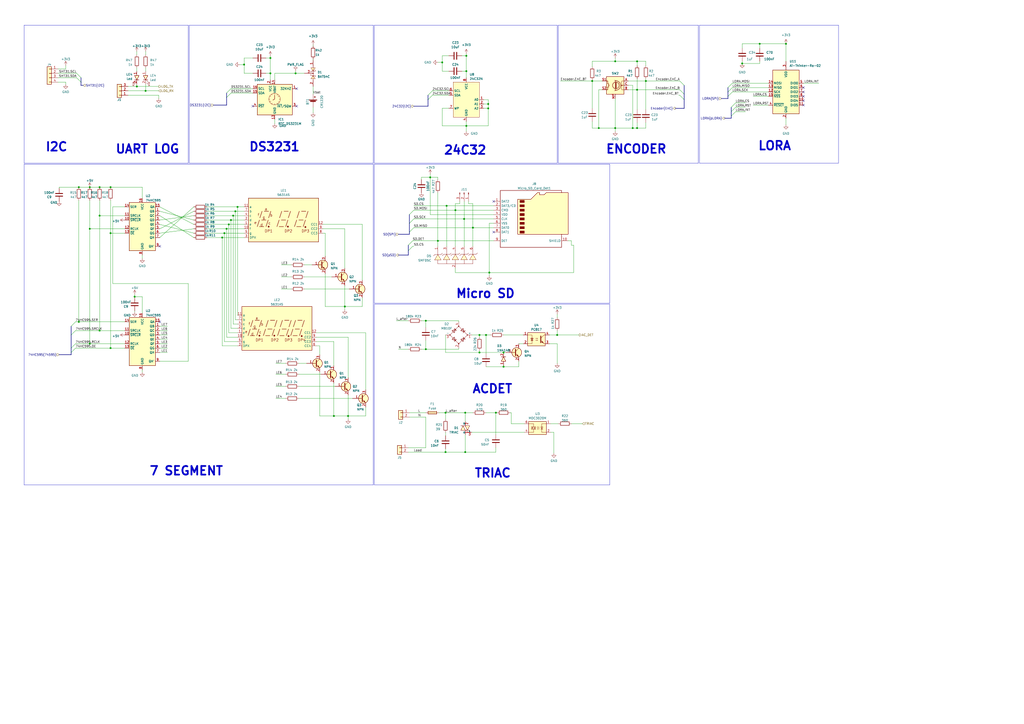
<source format=kicad_sch>
(kicad_sch (version 20230121) (generator eeschema)
  (paper "A2")
  (title_block (title "Peripheral") (date "2023-04-11") (company "NGUYỄN TRUNG THẢO"))
  (bus_alias "I2C" (members "SDA" "SCL"))
  (bus_alias "pLORA" (members "INT" "CS" "RST"))
  (bus_alias "SPI" (members "SCK" "MOSI" "MISO"))
  (junction (at 258.445 239.395))
  (junction (at 455.93 25.4))
  (junction (at 274.32 132.08))
  (junction (at 264.16 121.92))
  (junction (at 45.72 186.69))
  (junction (at 57.785 108.585))
  (junction (at 171.45 42.545))
  (junction (at 278.13 194.31))
  (junction (at 356.87 74.295))
  (junction (at 283.21 60.325))
  (junction (at 270.51 41.275))
  (junction (at 78.105 172.085))
  (junction (at 64.135 201.93))
  (junction (at 323.215 194.31))
  (junction (at 259.08 119.38))
  (junction (at 374.65 46.99))
  (junction (at 64.135 135.255))
  (junction (at 84.455 52.705))
  (junction (at 128.905 137.795))
  (junction (at 45.72 108.585))
  (junction (at 201.93 241.3))
  (junction (at 57.785 191.77))
  (junction (at 287.655 239.395))
  (junction (at 137.795 120.015))
  (junction (at 258.445 262.255))
  (junction (at 57.785 125.095))
  (junction (at 247.015 202.565))
  (junction (at 133.985 127.635))
  (junction (at 131.445 132.715))
  (junction (at 269.875 262.255))
  (junction (at 130.175 135.255))
  (junction (at 52.07 132.715))
  (junction (at 269.24 127))
  (junction (at 132.715 130.175))
  (junction (at 247.015 186.055))
  (junction (at 269.875 239.395))
  (junction (at 200.025 177.8))
  (junction (at 356.87 35.56))
  (junction (at 281.94 194.31))
  (junction (at 52.07 108.585))
  (junction (at 156.845 42.545))
  (junction (at 156.845 33.655))
  (junction (at 292.1 212.725))
  (junction (at 367.03 74.295))
  (junction (at 283.845 158.115))
  (junction (at 141.605 37.465))
  (junction (at 283.21 62.865))
  (junction (at 256.54 36.195))
  (junction (at 278.13 204.47))
  (junction (at 52.07 199.39))
  (junction (at 79.375 50.165))
  (junction (at 343.535 46.99))
  (junction (at 369.57 35.56))
  (junction (at 270.51 73.025))
  (junction (at 254 139.7))
  (junction (at 369.57 52.07))
  (junction (at 369.57 74.295))
  (junction (at 440.69 25.4))
  (junction (at 193.675 241.3))
  (junction (at 135.255 125.095))
  (junction (at 249.555 102.87))
  (junction (at 292.1 204.47))
  (junction (at 270.51 32.385))
  (junction (at 64.135 108.585))
  (junction (at 136.525 122.555))
  (junction (at 347.345 74.295))
  (junction (at 430.53 36.83))
  (no_connect (at 466.09 55.88))
  (no_connect (at 466.09 53.34))
  (no_connect (at 172.085 61.595))
  (no_connect (at 286.385 134.62))
  (no_connect (at 146.685 61.595))
  (no_connect (at 286.385 116.84))
  (no_connect (at 92.71 142.875))
  (no_connect (at 466.09 60.96))
  (no_connect (at 466.09 58.42))
  (no_connect (at 466.09 50.8))
  (no_connect (at 172.085 51.435))
  (no_connect (at 92.71 186.69))
  (bus_entry (at 250.825 52.705) (size -2.54 2.54))
  (bus_entry (at 426.72 64.77) (size -2.54 2.54))
  (bus_entry (at 426.72 62.23) (size -2.54 2.54))
  (bus_entry (at 394.335 46.99) (size 2.54 2.54))
  (bus_entry (at 424.815 48.26) (size -2.54 2.54))
  (bus_entry (at 133.985 53.975) (size -2.54 2.54))
  (bus_entry (at 44.45 45.085) (size 2.54 2.54))
  (bus_entry (at 240.03 121.92) (size -2.54 2.54))
  (bus_entry (at 43.815 186.69) (size -2.54 2.54))
  (bus_entry (at 239.395 142.875) (size -2.54 2.54))
  (bus_entry (at 240.03 127) (size -2.54 2.54))
  (bus_entry (at 424.815 53.34) (size -2.54 2.54))
  (bus_entry (at 239.395 139.7) (size -2.54 2.54))
  (bus_entry (at 250.825 55.245) (size -2.54 2.54))
  (bus_entry (at 240.03 132.08) (size -2.54 2.54))
  (bus_entry (at 426.72 59.69) (size -2.54 2.54))
  (bus_entry (at 133.985 51.435) (size -2.54 2.54))
  (bus_entry (at 424.815 50.8) (size -2.54 2.54))
  (bus_entry (at 43.815 199.39) (size -2.54 2.54))
  (bus_entry (at 43.815 201.93) (size -2.54 2.54))
  (bus_entry (at 44.45 42.545) (size 2.54 2.54))
  (bus_entry (at 394.335 55.245) (size 2.54 2.54))
  (bus_entry (at 394.335 52.07) (size 2.54 2.54))
  (bus_entry (at 43.815 191.77) (size -2.54 2.54))
  (wire (pts (xy 281.94 212.725) (xy 292.1 212.725)))
  (wire (pts (xy 187.325 132.715) (xy 200.025 132.715)))
  (polyline (pts (xy 109.22 14.605) (xy 109.22 94.615)))
  (wire (pts (xy 112.395 130.175) (xy 92.71 120.015)))
  (wire (pts (xy 260.35 32.385) (xy 256.54 32.385)))
  (bus (pts (xy 248.285 57.785) (xy 248.285 61.595)))
  (wire (pts (xy 256.54 32.385) (xy 256.54 36.195)))
  (wire (pts (xy 258.445 243.205) (xy 258.445 239.395)))
  (wire (pts (xy 130.175 135.255) (xy 120.015 135.255)))
  (wire (pts (xy 266.065 201.93) (xy 266.065 202.565)))
  (wire (pts (xy 250.825 52.705) (xy 260.35 52.705)))
  (wire (pts (xy 296.545 245.745) (xy 304.165 245.745)))
  (wire (pts (xy 212.09 241.3) (xy 201.93 241.3)))
  (wire (pts (xy 269.875 239.395) (xy 269.875 244.475)))
  (wire (pts (xy 52.07 108.585) (xy 57.785 108.585)))
  (wire (pts (xy 133.985 127.635) (xy 133.985 190.5)))
  (wire (pts (xy 364.49 49.53) (xy 367.03 49.53)))
  (wire (pts (xy 266.065 202.565) (xy 247.015 202.565)))
  (wire (pts (xy 128.905 137.795) (xy 120.015 137.795)))
  (wire (pts (xy 287.655 259.715) (xy 287.655 262.255)))
  (wire (pts (xy 135.255 125.095) (xy 135.255 187.96)))
  (wire (pts (xy 194.31 224.155) (xy 173.355 224.155)))
  (polyline (pts (xy 216.535 281.305) (xy 13.97 281.305)))
  (wire (pts (xy 264.16 118.11) (xy 264.16 121.92)))
  (wire (pts (xy 159.385 71.755) (xy 159.385 69.215)))
  (wire (pts (xy 200.025 165.735) (xy 200.025 177.8)))
  (wire (pts (xy 97.155 196.85) (xy 92.71 196.85)))
  (bus (pts (xy 420.37 68.58) (xy 424.18 68.58)))
  (wire (pts (xy 52.07 132.715) (xy 52.07 199.39)))
  (wire (pts (xy 270.51 73.025) (xy 270.51 76.2)))
  (wire (pts (xy 97.155 194.31) (xy 92.71 194.31)))
  (wire (pts (xy 455.93 35.56) (xy 455.93 25.4)))
  (wire (pts (xy 283.21 62.865) (xy 283.21 73.025)))
  (wire (pts (xy 270.51 31.115) (xy 270.51 32.385)))
  (wire (pts (xy 287.655 239.395) (xy 281.94 239.395)))
  (polyline (pts (xy 217.17 94.615) (xy 323.215 94.615)))
  (wire (pts (xy 43.815 191.77) (xy 57.785 191.77)))
  (bus (pts (xy 46.99 49.53) (xy 48.26 49.53)))
  (bus (pts (xy 424.18 67.31) (xy 424.18 68.58)))
  (wire (pts (xy 133.985 51.435) (xy 146.685 51.435)))
  (wire (pts (xy 244.475 102.87) (xy 249.555 102.87)))
  (wire (pts (xy 34.29 109.22) (xy 34.29 108.585)))
  (wire (pts (xy 57.785 125.095) (xy 72.39 125.095)))
  (wire (pts (xy 57.785 125.095) (xy 57.785 191.77)))
  (wire (pts (xy 331.47 139.7) (xy 329.565 139.7)))
  (wire (pts (xy 274.32 118.11) (xy 274.32 132.08)))
  (wire (pts (xy 269.24 116.84) (xy 269.24 127)))
  (bus (pts (xy 41.275 189.23) (xy 41.275 194.31)))
  (wire (pts (xy 131.445 132.715) (xy 120.015 132.715)))
  (wire (pts (xy 466.09 48.26) (xy 474.98 48.26)))
  (wire (pts (xy 43.815 201.93) (xy 64.135 201.93)))
  (wire (pts (xy 72.39 120.015) (xy 65.405 120.015)))
  (wire (pts (xy 349.25 52.07) (xy 347.345 52.07)))
  (wire (pts (xy 201.93 195.58) (xy 201.93 219.075)))
  (wire (pts (xy 264.16 155.575) (xy 264.16 158.115)))
  (wire (pts (xy 92.71 137.795) (xy 112.395 120.015)))
  (wire (pts (xy 256.54 41.275) (xy 260.35 41.275)))
  (wire (pts (xy 356.87 35.56) (xy 369.57 35.56)))
  (wire (pts (xy 181.61 34.29) (xy 181.61 34.925)))
  (wire (pts (xy 159.385 42.545) (xy 171.45 42.545)))
  (bus (pts (xy 248.285 55.245) (xy 248.285 57.785)))
  (wire (pts (xy 247.015 197.485) (xy 247.015 202.565)))
  (wire (pts (xy 72.39 191.77) (xy 57.785 191.77)))
  (wire (pts (xy 300.99 209.55) (xy 300.99 212.725)))
  (wire (pts (xy 424.815 50.8) (xy 445.77 50.8)))
  (wire (pts (xy 287.655 239.395) (xy 287.655 252.095)))
  (polyline (pts (xy 217.17 176.53) (xy 217.17 281.305)))
  (wire (pts (xy 318.77 199.39) (xy 323.215 199.39)))
  (wire (pts (xy 45.72 108.585) (xy 52.07 108.585)))
  (wire (pts (xy 259.08 142.875) (xy 259.08 119.38)))
  (wire (pts (xy 159.385 42.545) (xy 159.385 46.355)))
  (wire (pts (xy 250.825 55.245) (xy 260.35 55.245)))
  (wire (pts (xy 292.1 204.47) (xy 293.37 204.47)))
  (polyline (pts (xy 405.13 14.605) (xy 405.13 94.615)))
  (bus (pts (xy 418.465 57.15) (xy 422.275 57.15)))
  (wire (pts (xy 436.88 55.88) (xy 445.77 55.88)))
  (wire (pts (xy 258.445 194.31) (xy 258.445 204.47)))
  (wire (pts (xy 168.91 167.64) (xy 163.195 167.64)))
  (wire (pts (xy 247.015 186.055) (xy 266.065 186.055)))
  (wire (pts (xy 177.8 210.82) (xy 173.355 210.82)))
  (wire (pts (xy 186.055 217.17) (xy 173.355 217.17)))
  (wire (pts (xy 141.605 132.715) (xy 131.445 132.715)))
  (wire (pts (xy 130.175 135.255) (xy 130.175 198.12)))
  (wire (pts (xy 33.655 45.085) (xy 44.45 45.085)))
  (wire (pts (xy 33.655 42.545) (xy 44.45 42.545)))
  (polyline (pts (xy 217.17 176.53) (xy 353.695 176.53)))
  (polyline (pts (xy 216.535 95.25) (xy 216.535 281.305)))
  (wire (pts (xy 133.985 53.975) (xy 146.685 53.975)))
  (wire (pts (xy 269.875 239.395) (xy 274.32 239.395)))
  (wire (pts (xy 239.395 139.7) (xy 254 139.7)))
  (polyline (pts (xy 217.17 95.25) (xy 353.695 95.25)))
  (wire (pts (xy 374.65 38.1) (xy 374.65 35.56)))
  (wire (pts (xy 266.065 186.055) (xy 266.065 186.69)))
  (wire (pts (xy 260.35 62.865) (xy 256.54 62.865)))
  (wire (pts (xy 72.39 201.93) (xy 64.135 201.93)))
  (polyline (pts (xy 217.17 175.895) (xy 353.695 175.895)))
  (polyline (pts (xy 323.85 14.605) (xy 323.85 94.615)))
  (wire (pts (xy 343.535 35.56) (xy 343.535 38.735)))
  (wire (pts (xy 132.715 130.175) (xy 120.015 130.175)))
  (wire (pts (xy 64.135 135.255) (xy 64.135 201.93)))
  (wire (pts (xy 131.445 195.58) (xy 131.445 132.715)))
  (wire (pts (xy 204.47 231.14) (xy 173.355 231.14)))
  (wire (pts (xy 92.71 204.47) (xy 97.155 204.47)))
  (wire (pts (xy 424.815 53.34) (xy 445.77 53.34)))
  (wire (pts (xy 200.025 177.8) (xy 200.025 179.705)))
  (wire (pts (xy 74.295 50.165) (xy 79.375 50.165)))
  (wire (pts (xy 278.13 203.2) (xy 278.13 204.47)))
  (wire (pts (xy 278.13 194.31) (xy 278.13 195.58)))
  (wire (pts (xy 78.105 170.815) (xy 78.105 172.085)))
  (wire (pts (xy 33.655 40.005) (xy 38.1 40.005)))
  (wire (pts (xy 79.375 50.165) (xy 92.075 50.165)))
  (wire (pts (xy 109.22 164.465) (xy 109.22 209.55)))
  (wire (pts (xy 82.55 147.955) (xy 82.55 149.86)))
  (bus (pts (xy 391.795 62.865) (xy 396.875 62.865)))
  (polyline (pts (xy 405.765 14.605) (xy 486.41 14.605)))
  (wire (pts (xy 74.295 55.245) (xy 92.075 55.245)))
  (wire (pts (xy 254 139.7) (xy 286.385 139.7)))
  (wire (pts (xy 286.385 124.46) (xy 249.555 124.46)))
  (polyline (pts (xy 109.855 94.615) (xy 216.535 94.615)))
  (bus (pts (xy 237.49 129.54) (xy 237.49 134.62)))
  (wire (pts (xy 426.72 64.77) (xy 432.435 64.77)))
  (polyline (pts (xy 217.17 95.25) (xy 217.17 175.895)))
  (wire (pts (xy 92.71 209.55) (xy 109.22 209.55)))
  (wire (pts (xy 92.71 127.635) (xy 112.395 125.095)))
  (wire (pts (xy 249.555 124.46) (xy 249.555 102.87)))
  (wire (pts (xy 264.16 121.92) (xy 286.385 121.92)))
  (wire (pts (xy 296.545 239.395) (xy 295.91 239.395)))
  (wire (pts (xy 264.16 158.115) (xy 283.845 158.115)))
  (wire (pts (xy 237.49 239.395) (xy 247.015 239.395)))
  (wire (pts (xy 374.65 74.295) (xy 369.57 74.295)))
  (wire (pts (xy 288.29 239.395) (xy 287.655 239.395)))
  (wire (pts (xy 343.535 74.295) (xy 347.345 74.295)))
  (wire (pts (xy 424.815 48.26) (xy 445.77 48.26)))
  (wire (pts (xy 165.735 217.17) (xy 160.02 217.17)))
  (bus (pts (xy 424.18 64.77) (xy 424.18 67.31)))
  (bus (pts (xy 422.275 55.88) (xy 422.275 57.15)))
  (bus (pts (xy 123.825 60.96) (xy 131.445 60.96)))
  (wire (pts (xy 165.735 231.14) (xy 160.02 231.14)))
  (wire (pts (xy 156.845 33.655) (xy 156.845 42.545)))
  (wire (pts (xy 347.345 52.07) (xy 347.345 74.295)))
  (wire (pts (xy 212.09 241.3) (xy 212.09 236.22)))
  (wire (pts (xy 65.405 164.465) (xy 109.22 164.465)))
  (wire (pts (xy 331.47 142.24) (xy 331.47 139.7)))
  (wire (pts (xy 321.31 250.825) (xy 319.405 250.825)))
  (polyline (pts (xy 13.97 95.25) (xy 216.535 95.25)))
  (wire (pts (xy 137.795 193.04) (xy 132.715 193.04)))
  (wire (pts (xy 240.03 119.38) (xy 259.08 119.38)))
  (wire (pts (xy 283.21 60.325) (xy 283.21 62.865)))
  (wire (pts (xy 369.57 71.12) (xy 369.57 74.295)))
  (wire (pts (xy 45.72 186.69) (xy 72.39 186.69)))
  (wire (pts (xy 84.455 48.895) (xy 84.455 52.705)))
  (wire (pts (xy 79.375 48.895) (xy 79.375 50.165)))
  (wire (pts (xy 137.795 120.015) (xy 120.015 120.015)))
  (wire (pts (xy 323.215 182.245) (xy 323.215 184.15)))
  (wire (pts (xy 52.07 132.715) (xy 72.39 132.715)))
  (wire (pts (xy 79.375 29.845) (xy 79.375 31.75)))
  (wire (pts (xy 254 111.76) (xy 254 139.7)))
  (wire (pts (xy 200.025 177.8) (xy 188.595 177.8)))
  (wire (pts (xy 183.515 198.12) (xy 193.675 198.12)))
  (wire (pts (xy 137.795 120.015) (xy 137.795 182.88)))
  (wire (pts (xy 78.105 180.34) (xy 78.105 180.975)))
  (bus (pts (xy 237.49 134.62) (xy 237.49 135.89)))
  (wire (pts (xy 38.1 47.625) (xy 38.1 48.895)))
  (wire (pts (xy 141.605 120.015) (xy 137.795 120.015)))
  (wire (pts (xy 78.105 172.085) (xy 82.55 172.085)))
  (polyline (pts (xy 216.535 94.615) (xy 216.535 14.605)))
  (wire (pts (xy 52.07 116.205) (xy 52.07 132.715)))
  (wire (pts (xy 97.155 191.77) (xy 92.71 191.77)))
  (wire (pts (xy 154.305 42.545) (xy 156.845 42.545)))
  (wire (pts (xy 97.155 199.39) (xy 92.71 199.39)))
  (wire (pts (xy 43.815 186.69) (xy 45.72 186.69)))
  (wire (pts (xy 332.74 142.24) (xy 332.74 158.115)))
  (wire (pts (xy 84.455 29.845) (xy 84.455 31.75)))
  (wire (pts (xy 292.1 212.725) (xy 292.1 212.09)))
  (wire (pts (xy 200.025 132.715) (xy 200.025 155.575)))
  (wire (pts (xy 274.32 132.08) (xy 286.385 132.08)))
  (wire (pts (xy 180.975 153.67) (xy 176.53 153.67)))
  (polyline (pts (xy 216.535 14.605) (xy 109.855 14.605)))
  (wire (pts (xy 269.24 127) (xy 286.385 127)))
  (wire (pts (xy 38.1 38.1) (xy 38.1 40.005)))
  (polyline (pts (xy 323.215 14.605) (xy 217.17 14.605)))
  (bus (pts (xy 236.855 145.415) (xy 236.855 147.955)))
  (wire (pts (xy 269.24 127) (xy 269.24 142.875)))
  (wire (pts (xy 274.32 132.08) (xy 274.32 142.875)))
  (wire (pts (xy 440.69 25.4) (xy 430.53 25.4)))
  (wire (pts (xy 183.515 195.58) (xy 201.93 195.58)))
  (wire (pts (xy 112.395 137.795) (xy 92.71 125.095)))
  (wire (pts (xy 112.395 132.715) (xy 92.71 135.255)))
  (wire (pts (xy 201.93 229.235) (xy 201.93 241.3)))
  (wire (pts (xy 64.135 108.585) (xy 82.55 108.585)))
  (wire (pts (xy 280.67 57.785) (xy 283.21 57.785)))
  (wire (pts (xy 57.785 116.205) (xy 57.785 125.095)))
  (polyline (pts (xy 13.97 14.605) (xy 13.97 94.615)))
  (wire (pts (xy 78.105 172.72) (xy 78.105 172.085)))
  (polyline (pts (xy 405.765 14.605) (xy 405.765 94.615)))
  (wire (pts (xy 137.795 187.96) (xy 135.255 187.96)))
  (wire (pts (xy 137.795 198.12) (xy 130.175 198.12)))
  (wire (pts (xy 202.565 167.64) (xy 176.53 167.64)))
  (wire (pts (xy 280.67 62.865) (xy 283.21 62.865)))
  (wire (pts (xy 137.795 200.66) (xy 128.905 200.66)))
  (wire (pts (xy 210.185 177.8) (xy 210.185 172.72)))
  (wire (pts (xy 141.605 125.095) (xy 135.255 125.095)))
  (wire (pts (xy 64.135 116.205) (xy 64.135 135.255)))
  (wire (pts (xy 266.7 118.11) (xy 264.16 118.11)))
  (wire (pts (xy 269.875 252.095) (xy 269.875 262.255)))
  (wire (pts (xy 287.655 262.255) (xy 269.875 262.255)))
  (bus (pts (xy 422.275 50.8) (xy 422.275 53.34)))
  (wire (pts (xy 278.13 204.47) (xy 292.1 204.47)))
  (wire (pts (xy 270.51 41.275) (xy 270.51 45.085)))
  (wire (pts (xy 300.99 212.725) (xy 292.1 212.725)))
  (wire (pts (xy 244.475 186.055) (xy 247.015 186.055)))
  (wire (pts (xy 267.97 41.275) (xy 270.51 41.275)))
  (wire (pts (xy 185.42 200.66) (xy 185.42 205.74)))
  (wire (pts (xy 283.845 158.115) (xy 283.845 160.02)))
  (wire (pts (xy 112.395 127.635) (xy 92.71 122.555)))
  (wire (pts (xy 210.185 177.8) (xy 200.025 177.8)))
  (wire (pts (xy 33.655 47.625) (xy 38.1 47.625)))
  (wire (pts (xy 156.845 42.545) (xy 156.845 46.355)))
  (wire (pts (xy 369.57 45.72) (xy 369.57 52.07)))
  (wire (pts (xy 168.91 160.655) (xy 163.195 160.655)))
  (wire (pts (xy 436.88 60.96) (xy 445.77 60.96)))
  (wire (pts (xy 367.03 49.53) (xy 367.03 74.295)))
  (wire (pts (xy 141.605 135.255) (xy 130.175 135.255)))
  (wire (pts (xy 331.47 142.24) (xy 332.74 142.24)))
  (wire (pts (xy 165.735 224.155) (xy 160.02 224.155)))
  (polyline (pts (xy 353.695 281.305) (xy 217.17 281.305)))
  (wire (pts (xy 283.845 129.54) (xy 286.385 129.54)))
  (wire (pts (xy 249.555 100.965) (xy 249.555 102.87)))
  (wire (pts (xy 193.675 222.25) (xy 193.675 241.3)))
  (wire (pts (xy 292.1 194.31) (xy 303.53 194.31)))
  (bus (pts (xy 46.99 45.085) (xy 46.99 47.625)))
  (polyline (pts (xy 13.97 94.615) (xy 109.22 94.615)))
  (bus (pts (xy 41.275 194.31) (xy 41.275 201.93)))
  (wire (pts (xy 374.65 35.56) (xy 369.57 35.56)))
  (wire (pts (xy 82.55 172.085) (xy 82.55 181.61)))
  (polyline (pts (xy 486.41 14.605) (xy 486.41 94.615)))
  (wire (pts (xy 270.51 70.485) (xy 270.51 73.025)))
  (polyline (pts (xy 405.13 94.615) (xy 323.85 94.615)))
  (wire (pts (xy 426.72 59.69) (xy 432.435 59.69)))
  (wire (pts (xy 323.215 194.31) (xy 318.77 194.31)))
  (bus (pts (xy 231.14 147.955) (xy 236.855 147.955)))
  (wire (pts (xy 212.09 193.04) (xy 212.09 226.06)))
  (wire (pts (xy 141.605 122.555) (xy 136.525 122.555)))
  (wire (pts (xy 356.87 33.655) (xy 356.87 35.56)))
  (wire (pts (xy 254 36.195) (xy 256.54 36.195)))
  (wire (pts (xy 440.69 36.83) (xy 430.53 36.83)))
  (wire (pts (xy 201.93 241.3) (xy 193.675 241.3)))
  (wire (pts (xy 136.525 122.555) (xy 120.015 122.555)))
  (wire (pts (xy 92.075 55.245) (xy 92.075 57.15)))
  (wire (pts (xy 136.525 122.555) (xy 136.525 185.42)))
  (wire (pts (xy 192.405 160.655) (xy 176.53 160.655)))
  (bus (pts (xy 240.03 61.595) (xy 248.285 61.595)))
  (wire (pts (xy 187.325 135.255) (xy 188.595 135.255)))
  (wire (pts (xy 367.03 74.295) (xy 356.87 74.295)))
  (wire (pts (xy 343.535 70.485) (xy 343.535 74.295)))
  (wire (pts (xy 45.72 116.205) (xy 45.72 186.69)))
  (wire (pts (xy 258.445 260.35) (xy 258.445 262.255)))
  (bus (pts (xy 396.875 54.61) (xy 396.875 57.785)))
  (wire (pts (xy 258.445 239.395) (xy 269.875 239.395)))
  (wire (pts (xy 141.605 130.175) (xy 132.715 130.175)))
  (wire (pts (xy 84.455 39.37) (xy 84.455 41.275)))
  (bus (pts (xy 236.855 142.24) (xy 236.855 145.415)))
  (wire (pts (xy 440.69 35.56) (xy 440.69 36.83)))
  (polyline (pts (xy 323.215 94.615) (xy 323.215 14.605)))
  (wire (pts (xy 323.215 194.31) (xy 335.915 194.31)))
  (wire (pts (xy 374.65 63.5) (xy 374.65 46.99)))
  (wire (pts (xy 181.61 26.035) (xy 181.61 26.67)))
  (wire (pts (xy 137.795 190.5) (xy 133.985 190.5)))
  (wire (pts (xy 239.395 142.875) (xy 240.03 142.875)))
  (wire (pts (xy 57.785 108.585) (xy 64.135 108.585)))
  (polyline (pts (xy 13.97 95.25) (xy 13.97 281.305)))
  (polyline (pts (xy 217.17 14.605) (xy 217.17 94.615)))
  (bus (pts (xy 34.29 205.74) (xy 41.275 205.74)))
  (wire (pts (xy 240.03 132.08) (xy 274.32 132.08)))
  (wire (pts (xy 356.87 74.295) (xy 356.87 76.2)))
  (wire (pts (xy 183.515 193.04) (xy 212.09 193.04)))
  (wire (pts (xy 240.03 127) (xy 269.24 127)))
  (bus (pts (xy 131.445 53.975) (xy 131.445 56.515)))
  (wire (pts (xy 254.635 239.395) (xy 258.445 239.395)))
  (wire (pts (xy 52.07 199.39) (xy 72.39 199.39)))
  (wire (pts (xy 283.845 129.54) (xy 283.845 158.115)))
  (wire (pts (xy 369.57 35.56) (xy 369.57 38.1)))
  (wire (pts (xy 74.295 52.705) (xy 84.455 52.705)))
  (bus (pts (xy 131.445 56.515) (xy 131.445 60.96)))
  (wire (pts (xy 323.215 199.39) (xy 323.215 210.82)))
  (wire (pts (xy 280.67 60.325) (xy 283.21 60.325)))
  (wire (pts (xy 356.87 35.56) (xy 343.535 35.56)))
  (wire (pts (xy 236.855 259.715) (xy 247.015 259.715)))
  (wire (pts (xy 128.905 137.795) (xy 128.905 200.66)))
  (wire (pts (xy 188.595 135.255) (xy 188.595 148.59)))
  (wire (pts (xy 154.305 33.655) (xy 156.845 33.655)))
  (wire (pts (xy 79.375 39.37) (xy 79.375 41.275)))
  (wire (pts (xy 112.395 122.555) (xy 92.71 132.715)))
  (wire (pts (xy 132.715 130.175) (xy 132.715 193.04)))
  (wire (pts (xy 374.65 71.12) (xy 374.65 74.295)))
  (wire (pts (xy 254 142.875) (xy 254 139.7)))
  (wire (pts (xy 281.94 194.31) (xy 284.48 194.31)))
  (wire (pts (xy 266.7 116.84) (xy 266.7 118.11)))
  (wire (pts (xy 231.14 202.565) (xy 236.855 202.565)))
  (wire (pts (xy 141.605 37.465) (xy 141.605 42.545)))
  (wire (pts (xy 193.675 198.12) (xy 193.675 212.09)))
  (wire (pts (xy 283.845 158.115) (xy 332.74 158.115)))
  (polyline (pts (xy 486.41 94.615) (xy 405.765 94.615)))
  (wire (pts (xy 356.87 57.15) (xy 356.87 74.295)))
  (wire (pts (xy 264.16 121.92) (xy 264.16 142.875)))
  (wire (pts (xy 141.605 137.795) (xy 128.905 137.795)))
  (wire (pts (xy 137.795 195.58) (xy 131.445 195.58)))
  (wire (pts (xy 271.78 116.84) (xy 271.78 118.11)))
  (wire (pts (xy 185.42 215.9) (xy 185.42 241.3)))
  (wire (pts (xy 137.795 185.42) (xy 136.525 185.42)))
  (wire (pts (xy 171.45 42.545) (xy 176.53 42.545)))
  (wire (pts (xy 64.135 135.255) (xy 72.39 135.255)))
  (polyline (pts (xy 323.85 14.605) (xy 405.13 14.605)))
  (wire (pts (xy 201.93 241.3) (xy 201.93 243.205)))
  (wire (pts (xy 97.155 189.23) (xy 92.71 189.23)))
  (wire (pts (xy 256.54 36.195) (xy 256.54 41.275)))
  (wire (pts (xy 304.165 250.825) (xy 273.685 250.825)))
  (wire (pts (xy 92.71 201.93) (xy 97.155 201.93)))
  (wire (pts (xy 440.69 25.4) (xy 440.69 27.94)))
  (wire (pts (xy 249.555 102.87) (xy 254 102.87)))
  (bus (pts (xy 396.875 49.53) (xy 396.875 54.61)))
  (polyline (pts (xy 109.855 14.605) (xy 109.855 94.615)))
  (wire (pts (xy 256.54 62.865) (xy 256.54 73.025)))
  (wire (pts (xy 283.21 57.785) (xy 283.21 60.325)))
  (wire (pts (xy 374.65 46.99) (xy 394.335 46.99)))
  (wire (pts (xy 331.47 245.745) (xy 337.82 245.745)))
  (wire (pts (xy 165.735 210.82) (xy 160.02 210.82)))
  (wire (pts (xy 269.875 262.255) (xy 258.445 262.255)))
  (wire (pts (xy 369.57 74.295) (xy 367.03 74.295)))
  (wire (pts (xy 254 102.87) (xy 254 104.14)))
  (wire (pts (xy 43.815 199.39) (xy 52.07 199.39)))
  (wire (pts (xy 247.015 241.935) (xy 247.015 259.715)))
  (bus (pts (xy 41.275 204.47) (xy 41.275 205.74)))
  (wire (pts (xy 237.49 241.935) (xy 247.015 241.935)))
  (wire (pts (xy 258.445 250.825) (xy 258.445 252.73)))
  (wire (pts (xy 146.685 33.655) (xy 141.605 33.655)))
  (wire (pts (xy 323.215 191.77) (xy 323.215 194.31)))
  (wire (pts (xy 303.53 199.39) (xy 300.99 199.39)))
  (wire (pts (xy 171.45 41.275) (xy 171.45 42.545)))
  (bus (pts (xy 422.275 53.34) (xy 422.275 55.88)))
  (wire (pts (xy 364.49 46.99) (xy 374.65 46.99)))
  (wire (pts (xy 156.845 32.385) (xy 156.845 33.655)))
  (wire (pts (xy 244.475 104.14) (xy 244.475 102.87)))
  (wire (pts (xy 183.515 200.66) (xy 185.42 200.66)))
  (bus (pts (xy 41.275 201.93) (xy 41.275 204.47)))
  (wire (pts (xy 426.72 62.23) (xy 432.435 62.23)))
  (wire (pts (xy 240.03 121.92) (xy 264.16 121.92)))
  (wire (pts (xy 188.595 158.75) (xy 188.595 177.8)))
  (wire (pts (xy 430.53 35.56) (xy 430.53 36.83)))
  (polyline (pts (xy 353.695 175.895) (xy 353.695 95.25)))
  (wire (pts (xy 181.61 62.23) (xy 181.61 65.405)))
  (wire (pts (xy 281.94 205.105) (xy 281.94 194.31)))
  (wire (pts (xy 82.55 108.585) (xy 82.55 114.935)))
  (wire (pts (xy 393.7 55.245) (xy 394.335 55.245)))
  (wire (pts (xy 343.535 46.99) (xy 343.535 62.865)))
  (wire (pts (xy 273.685 194.31) (xy 278.13 194.31)))
  (wire (pts (xy 325.12 46.99) (xy 343.535 46.99)))
  (wire (pts (xy 185.42 241.3) (xy 193.675 241.3)))
  (wire (pts (xy 84.455 52.705) (xy 92.075 52.705)))
  (wire (pts (xy 141.605 42.545) (xy 146.685 42.545)))
  (wire (pts (xy 343.535 46.355) (xy 343.535 46.99)))
  (wire (pts (xy 364.49 52.07) (xy 369.57 52.07)))
  (wire (pts (xy 168.91 153.67) (xy 163.195 153.67)))
  (bus (pts (xy 237.49 124.46) (xy 237.49 129.54)))
  (wire (pts (xy 65.405 120.015) (xy 65.405 164.465)))
  (wire (pts (xy 247.015 202.565) (xy 244.475 202.565)))
  (wire (pts (xy 374.65 45.72) (xy 374.65 46.99)))
  (wire (pts (xy 283.21 73.025) (xy 270.51 73.025)))
  (wire (pts (xy 236.855 186.055) (xy 229.87 186.055)))
  (wire (pts (xy 430.53 25.4) (xy 430.53 27.94)))
  (wire (pts (xy 92.71 130.175) (xy 112.395 135.255)))
  (wire (pts (xy 139.065 37.465) (xy 141.605 37.465)))
  (wire (pts (xy 347.345 74.295) (xy 356.87 74.295)))
  (wire (pts (xy 133.985 127.635) (xy 120.015 127.635)))
  (wire (pts (xy 296.545 239.395) (xy 296.545 245.745)))
  (wire (pts (xy 247.015 186.055) (xy 247.015 189.865)))
  (wire (pts (xy 258.445 204.47) (xy 278.13 204.47)))
  (wire (pts (xy 369.57 52.07) (xy 369.57 63.5)))
  (bus (pts (xy 231.14 135.89) (xy 237.49 135.89)))
  (bus (pts (xy 424.18 62.23) (xy 424.18 64.77)))
  (wire (pts (xy 256.54 73.025) (xy 270.51 73.025)))
  (wire (pts (xy 141.605 33.655) (xy 141.605 37.465)))
  (wire (pts (xy 455.93 25.4) (xy 440.69 25.4)))
  (wire (pts (xy 259.08 119.38) (xy 286.385 119.38)))
  (wire (pts (xy 343.535 46.99) (xy 349.25 46.99)))
  (wire (pts (xy 135.255 125.095) (xy 120.015 125.095)))
  (wire (pts (xy 210.185 130.175) (xy 210.185 162.56)))
  (wire (pts (xy 321.31 250.825) (xy 321.31 262.89)))
  (bus (pts (xy 396.875 57.785) (xy 396.875 62.865)))
  (polyline (pts (xy 13.97 14.605) (xy 109.22 14.605)))
  (wire (pts (xy 181.61 50.165) (xy 181.61 54.61)))
  (wire (pts (xy 82.55 214.63) (xy 82.55 215.9)))
  (wire (pts (xy 271.78 118.11) (xy 274.32 118.11)))
  (wire (pts (xy 267.97 32.385) (xy 270.51 32.385)))
  (wire (pts (xy 141.605 127.635) (xy 133.985 127.635)))
  (wire (pts (xy 323.85 245.745) (xy 319.405 245.745)))
  (wire (pts (xy 270.51 32.385) (xy 270.51 41.275)))
  (polyline (pts (xy 353.695 176.53) (xy 353.695 281.305)))
  (wire (pts (xy 369.57 52.07) (xy 394.335 52.07)))
  (wire (pts (xy 34.29 108.585) (xy 45.72 108.585)))
  (wire (pts (xy 278.13 194.31) (xy 281.94 194.31)))
  (wire (pts (xy 455.93 68.58) (xy 455.93 72.39)))
  (wire (pts (xy 236.855 262.255) (xy 258.445 262.255)))
  (bus (pts (xy 46.99 47.625) (xy 46.99 49.53)))
  (wire (pts (xy 187.325 130.175) (xy 210.185 130.175)))
  (text "UART LOG\n" (at 66.675 89.535 0) (effects (font (size 5 5) bold) (justify left bottom)))
  (text "I2C" (at 26.035 88.265 0) (effects (font (size 5 5) bold) (justify left bottom)))
  (text "24C32\n" (at 257.175 90.17 0) (effects (font (size 5 5) bold) (justify left bottom)))
  (text "ENCODER\n" (at 351.155 89.535 0) (effects (font (size 5 5) bold) (justify left bottom)))
  (text "TRIAC" (at 274.955 277.495 0) (effects (font (size 5 5) bold) (justify left bottom)))
  (text "Micro SD\n" (at 264.16 173.355 0) (effects (font (size 5 5) bold) (justify left bottom)))
  (text "DS3231\n" (at 144.145 88.265 0) (effects (font (size 5 5) bold) (justify left bottom)))
  (text "LORA" (at 439.42 87.63 0) (effects (font (size 5 5) bold) (justify left bottom)))
  (text "ACDET" (at 273.685 228.6 0) (effects (font (size 5 5) bold) (justify left bottom)))
  (text "7 SEGMENT" (at 86.36 276.225 0) (effects (font (size 5 5) bold) (justify left bottom)))
  (label "LE5" (at 160.02 224.155 0))
  (label "74HC595.SER" (at 43.815 186.69 0))
  (label "LORA.INT" (at 474.98 48.26 180))
  (label "N" (at 231.14 202.565 0))
  (label "SHT31.SCL" (at 44.45 42.545 180))
  (label "N" (at 242.57 241.935 0))
  (label "L_after" (at 229.87 186.055 0))
  (label "SD.DET" (at 239.395 139.7 0))
  (label "DS3231.SCL" (at 133.985 51.435 0))
  (label "DS3231.SDA" (at 133.985 53.975 0))
  (label "LE6" (at 160.02 217.17 0))
  (label "LE7" (at 97.155 189.23 180))
  (label "LORA.SCK" (at 424.815 53.34 0))
  (label "LORA.CS" (at 426.72 59.69 0))
  (label "74HC595.RCLK" (at 43.815 199.39 0))
  (label "SD.CS" (at 240.03 142.875 0))
  (label "L_after" (at 258.445 239.395 0))
  (label "SD.MOSI" (at 240.03 121.92 0))
  (label "SD.CS" (at 240.03 119.38 0))
  (label "24C32.SDA" (at 250.825 55.245 0))
  (label "LORA.INT" (at 426.72 64.77 0))
  (label "LE3" (at 163.195 153.67 0))
  (label "LE1" (at 97.155 204.47 180))
  (label "L" (at 242.57 239.395 0))
  (label "74HC595.OE" (at 43.815 201.93 0))
  (label "LE2" (at 163.195 160.655 0))
  (label "LORA.RST" (at 426.72 62.23 0))
  (label "LORA.MOSI" (at 424.815 48.26 0))
  (label "24C32.SCL" (at 250.825 52.705 0))
  (label "SD.MISO" (at 240.03 132.08 0))
  (label "LORA.RST" (at 436.88 60.96 0))
  (label "LE4" (at 160.02 231.14 0))
  (label "74HC595.SRCLK" (at 43.815 191.77 0))
  (label "Vbat" (at 181.61 54.61 0))
  (label "LORA.MISO" (at 424.815 50.8 0))
  (label "LE1" (at 163.195 167.64 0))
  (label "LE5" (at 97.155 194.31 180))
  (label "SD.SCK" (at 240.03 127 0))
  (label "LORA.CS" (at 436.88 55.88 0))
  (label "Load" (at 240.03 262.255 0))
  (label "Encoder.EnC_A" (at 394.335 46.99 180))
  (label "LE4" (at 97.155 196.85 180))
  (label "SHT31.SDA" (at 44.45 45.085 180))
  (label "Encoder.EnC_BT" (at 325.12 46.99 0))
  (label "LE2" (at 97.155 201.93 180))
  (label "Encoder.EnC_BT" (at 393.7 55.245 180))
  (label "Encoder.EnC_B" (at 394.335 52.07 180))
  (label "LE7" (at 160.02 210.82 0))
  (label "LE6" (at 97.155 191.77 180))
  (label "LE3" (at 97.155 199.39 180))
  (hierarchical_label "LOG_TX" (shape output) (at 92.075 50.165 0))
  (hierarchical_label "24C32{I2C}" (shape input) (at 240.03 61.595 180))
  (hierarchical_label "LORA{SPI}" (shape input) (at 418.465 57.15 180))
  (hierarchical_label "AC_DET" (shape output) (at 335.915 194.31 0))
  (hierarchical_label "TRIAC" (shape input) (at 337.82 245.745 0))
  (hierarchical_label "SD{pSD}" (shape output) (at 231.14 147.955 180))
  (hierarchical_label "74HC595{74595}" (shape input) (at 34.29 205.74 180))
  (hierarchical_label "LOG_RX" (shape input) (at 92.075 52.705 0))
  (hierarchical_label "Encoder{EnC}" (shape output) (at 391.795 62.865 180))
  (hierarchical_label "DS3231{I2C}" (shape input) (at 123.825 60.96 180))
  (hierarchical_label "SHT31{I2C}" (shape input) (at 48.26 49.53 0))
  (hierarchical_label "LORA{pLORA}" (shape output) (at 420.37 68.58 180))
  (hierarchical_label "SD{SPI}" (shape input) (at 231.14 135.89 180))
  (symbol (lib_name "GND_21") (lib_id "power:GND") (at 34.29 116.84 0) (mirror y) (unit 1)
    (property "Reference" "#PWR015" (effects hide))
    (property "Value" "GND" (at 29.21 117.475 0) (effects (justify right)))
    (instances (project "DO_AN_DKTD" (path "" (reference "#PWR015") (unit 1)) (path "" (reference "#PWR011") (unit 1))))
  )
  (symbol (lib_name "GND_20") (lib_id "power:GND") (at 200.025 179.705 0) (unit 1)
    (property "Reference" "#PWR011" (effects hide))
    (property "Value" "GND" (at 200.025 184.15 0))
    (instances (project "DO_AN_DKTD" (path "" (reference "#PWR011") (unit 1)) (path "" (reference "#PWR016") (unit 1))))
  )
  (symbol (lib_id "Device:C") (at 258.445 256.54 0) (mirror y) (unit 1)
    (property "Reference" "C6" (at 254.635 255.905 0) (effects (justify left)))
    (property "Value" "10nF" (at 254.635 258.445 0) (effects (justify left)))
    (property "Footprint" "IVS_FOOTPRINTS:C_0603" (effects hide))
  )
  (symbol (lib_id "Device:R") (at 374.65 41.91 0) (mirror y) (unit 1)
    (property "Reference" "R2" (at 379.095 41.275 0) (effects (justify left)))
    (property "Value" "4k7" (at 379.73 43.815 0) (effects (justify left)))
    (property "Footprint" "IVS_FOOTPRINTS:R_0603" (effects hide))
    (instances (project "DO_AN_DKTD" (path "" (reference "R2") (unit 1)) (path "" (reference "R3") (unit 1))))
  )
  (symbol (lib_id "IVS_SYMBOLS:NPN") (at 191.135 217.17 0) (unit 1)
    (property "Reference" "Q1" (at 196.85 216.535 0) (effects (justify left)))
    (property "Value" "NPN" (at 196.85 219.075 0) (effects (justify left)))
    (property "Footprint" "IVS_FOOTPRINTS:SOT23-3" (effects hide))
    (property "Datasheet" "https://www.onsemi.com/pdf/datasheet/mmbt3904lt1-d.pdf" (effects hide))
    (instances (project "DO_AN_DKTD" (path "" (reference "Q1") (unit 1)) (path "" (reference "Q5") (unit 1))))
  )
  (symbol (lib_id "Device:R") (at 45.72 112.395 0) (mirror y) (unit 1)
    (property "Reference" "R15" (at 44.45 111.76 0) (effects (justify left)))
    (property "Value" "4k7" (at 44.45 114.3 0) (effects (justify left)))
    (property "Footprint" "IVS_FOOTPRINTS:R_0603" (effects hide))
    (instances (project "DO_AN_DKTD" (path "" (reference "R15") (unit 1)) (path "" (reference "R8") (unit 1))))
  )
  (symbol (lib_id "Device:C") (at 369.57 67.31 180) (unit 1)
    (property "Reference" "C23" (at 362.585 66.675 0) (effects (justify right)))
    (property "Value" "1uF" (at 362.585 69.215 0) (effects (justify right)))
    (property "Footprint" "IVS_FOOTPRINTS:C_0603" (effects hide))
    (instances (project "dongtam" (path "" (reference "C23") (unit 1))) (project "DO_AN_DKTD" (path "" (reference "C17") (unit 1))))
  )
  (symbol (lib_name "GND_19") (lib_id "power:GND") (at 78.105 180.975 0) (mirror y) (unit 1)
    (property "Reference" "#PWR015" (effects hide))
    (property "Value" "GND" (at 71.755 182.88 0) (effects (justify right)))
    (instances (project "DO_AN_DKTD" (path "" (reference "#PWR015") (unit 1)) (path "" (reference "#PWR024") (unit 1))))
  )
  (symbol (lib_name "+5V_1") (lib_id "power:+5V") (at 72.39 127.635 90) (unit 1)
    (property "Reference" "#PWR016" (effects hide))
    (property "Value" "+5V" (at 69.215 128.27 90) (effects (justify left)))
    (instances (project "DO_AN_DKTD" (path "" (reference "#PWR016") (unit 1)) (path "" (reference "#PWR01") (unit 1))))
  )
  (symbol (lib_name "GND_18") (lib_id "power:GND") (at 270.51 76.2 0) (unit 1)
    (property "Reference" "#PWR059" (effects hide))
    (property "Value" "GND" (at 273.05 77.4699 0) (effects (justify left)))
    (instances (project "dongtam" (path "" (reference "#PWR059") (unit 1))) (project "DO_AN_DKTD" (path "" (reference "#PWR046") (unit 1))))
  )
  (symbol (lib_id "Device:R") (at 343.535 42.545 0) (mirror y) (unit 1)
    (property "Reference" "R3" (at 348.615 41.275 0) (effects (justify left)))
    (property "Value" "4k7" (at 348.615 43.815 0) (effects (justify left)))
    (property "Footprint" "IVS_FOOTPRINTS:R_0603" (effects hide))
    (instances (project "DO_AN_DKTD" (path "" (reference "R3") (unit 1)) (path "" (reference "R1") (unit 1))))
  )
  (symbol (lib_id "power:+3V3") (at 38.1 38.1 0) (unit 1)
    (property "Reference" "#PWR01" (effects hide))
    (property "Value" "+3V3" (at 38.1 34.29 0))
    (instances (project "DO_AN_DKTD" (path "" (reference "#PWR01") (unit 1)) (path "" (reference "#PWR03") (unit 1)) (path "" (reference "#PWR03") (unit 1))))
  )
  (symbol (lib_id "IVS_SYMBOLS:NPN") (at 209.55 231.14 0) (unit 1)
    (property "Reference" "Q3" (at 207.01 234.95 0) (effects (justify left)))
    (property "Value" "NPN" (at 207.01 237.49 0) (effects (justify left)))
    (property "Footprint" "IVS_FOOTPRINTS:SOT23-3" (effects hide))
    (property "Datasheet" "https://www.onsemi.com/pdf/datasheet/mmbt3904lt1-d.pdf" (effects hide))
    (instances (project "DO_AN_DKTD" (path "" (reference "Q3") (unit 1)) (path "" (reference "Q7") (unit 1))))
  )
  (symbol (lib_id "Device:R") (at 57.785 112.395 0) (mirror y) (unit 1)
    (property "Reference" "R16" (at 56.515 111.76 0) (effects (justify left)))
    (property "Value" "4k7" (at 56.515 114.3 0) (effects (justify left)))
    (property "Footprint" "IVS_FOOTPRINTS:R_0603" (effects hide))
    (instances (project "DO_AN_DKTD" (path "" (reference "R16") (unit 1)) (path "" (reference "R5") (unit 1))))
  )
  (symbol (lib_name "+5V_1") (lib_id "power:+5V") (at 52.07 108.585 0) (unit 1)
    (property "Reference" "#PWR016" (effects hide))
    (property "Value" "+5V" (at 52.07 104.775 0))
    (instances (project "DO_AN_DKTD" (path "" (reference "#PWR016") (unit 1)) (path "" (reference "#PWR09") (unit 1))))
  )
  (symbol (lib_id "IVS_SYMBOLS:NPN") (at 186.055 153.67 0) (unit 1)
    (property "Reference" "Q1" (at 191.77 153.035 0) (effects (justify left)))
    (property "Value" "NPN" (at 191.77 155.575 0) (effects (justify left)))
    (property "Footprint" "IVS_FOOTPRINTS:SOT23-3" (effects hide))
    (property "Datasheet" "https://www.onsemi.com/pdf/datasheet/mmbt3904lt1-d.pdf" (effects hide))
    (instances (project "DO_AN_DKTD" (path "" (reference "Q1") (unit 1)) (path "" (reference "Q3") (unit 1))))
  )
  (symbol (lib_id "Device:R") (at 52.07 112.395 0) (mirror y) (unit 1)
    (property "Reference" "R17" (at 50.8 111.76 0) (effects (justify left)))
    (property "Value" "4k7" (at 50.8 114.3 0) (effects (justify left)))
    (property "Footprint" "IVS_FOOTPRINTS:R_0603" (effects hide))
    (instances (project "DO_AN_DKTD" (path "" (reference "R17") (unit 1)) (path "" (reference "R4") (unit 1))))
  )
  (symbol (lib_id "Device:C") (at 150.495 42.545 90) (unit 1)
    (property "Reference" "C24" (at 150.495 38.735 90))
    (property "Value" "100nF" (at 150.495 46.355 90))
    (property "Footprint" "IVS_FOOTPRINTS:C_0603" (effects hide))
    (instances (project "dongtam" (path "" (reference "C24") (unit 1))) (project "DO_AN_DKTD" (path "" (reference "C19") (unit 1))))
  )
  (symbol (lib_id "IVS_SYMBOLS:7seg_4led") (at 160.655 190.5 0) (unit 1)
    (property "Reference" "LE2" (at 160.655 173.99 0))
    (property "Value" "5631AS" (at 160.655 176.53 0))
    (property "Footprint" "IVS_FOOTPRINTS:7Segment_4led_Cathode_30x14mm" (effects hide))
    (property "Datasheet" "http://www.xlitx.com/datasheet/5631AS.pdf" (effects hide))
  )
  (symbol (lib_id "power:+3V3") (at 181.61 26.035 0) (unit 1)
    (property "Reference" "#PWR060" (effects hide))
    (property "Value" "+3V3" (at 181.61 20.955 0))
    (instances (project "dongtam" (path "" (reference "#PWR060") (unit 1))) (project "DO_AN_DKTD" (path "" (reference "#PWR034") (unit 1))))
  )
  (symbol (lib_id "IVS_SYMBOLS:D_Diode") (at 292.1 207.01 270) (unit 1)
    (property "Reference" "D3" (at 288.29 200.66 90) (effects (justify left)))
    (property "Value" "1N4148" (at 288.29 203.2 90) (effects (justify left)))
    (property "Footprint" "IVS_FOOTPRINTS:D_SOD323" (effects hide))
  )
  (symbol (lib_id "Device:R") (at 172.72 160.655 90) (mirror x) (unit 1)
    (property "Reference" "R13" (at 173.355 157.48 90) (effects (justify left)))
    (property "Value" "2k" (at 176.53 157.48 90) (effects (justify left)))
    (property "Footprint" "IVS_FOOTPRINTS:R_0603" (effects hide))
    (instances (project "DO_AN_DKTD" (path "" (reference "R13") (unit 1)) (path "" (reference "R28") (unit 1))))
  )
  (symbol (lib_name "Led_1") (lib_id "IVS_SYMBOLS:Led") (at 79.375 46.355 270) (mirror x) (unit 1)
    (property "Reference" "LE4" (at 76.835 43.18 90) (effects (justify right)))
    (property "Value" "Led" (at 76.835 45.72 90) (effects (justify right)))
    (property "Footprint" "IVS_FOOTPRINTS:LED_0603" (effects hide))
    (instances (project "DO_AN_DKTD" (path "" (reference "LE4") (unit 1)) (path "" (reference "LE9") (unit 1))))
  )
  (symbol (lib_id "Device:R") (at 116.205 122.555 90) (mirror x) (unit 1)
    (property "Reference" "R5" (at 123.19 121.285 90))
    (property "Value" "1k" (at 120.015 121.285 90))
    (property "Footprint" "IVS_FOOTPRINTS:R_0603" (effects hide))
    (instances (project "DO_AN_DKTD" (path "" (reference "R5") (unit 1)) (path "" (reference "R11") (unit 1))))
  )
  (symbol (lib_id "IVS_SYMBOLS:NPN") (at 197.485 160.655 0) (unit 1)
    (property "Reference" "Q2" (at 202.565 160.655 0) (effects (justify left)))
    (property "Value" "NPN" (at 202.565 163.195 0) (effects (justify left)))
    (property "Footprint" "IVS_FOOTPRINTS:SOT23-3" (effects hide))
    (property "Datasheet" "https://www.onsemi.com/pdf/datasheet/mmbt3904lt1-d.pdf" (effects hide))
  )
  (symbol (lib_id "IVS_SYMBOLS:NPN") (at 207.645 167.64 0) (unit 1)
    (property "Reference" "Q3" (at 205.105 171.45 0) (effects (justify left)))
    (property "Value" "NPN" (at 205.105 173.99 0) (effects (justify left)))
    (property "Footprint" "IVS_FOOTPRINTS:SOT23-3" (effects hide))
    (property "Datasheet" "https://www.onsemi.com/pdf/datasheet/mmbt3904lt1-d.pdf" (effects hide))
    (instances (project "DO_AN_DKTD" (path "" (reference "Q3") (unit 1)) (path "" (reference "Q1") (unit 1))))
  )
  (symbol (lib_id "Device:R") (at 169.545 210.82 90) (mirror x) (unit 1)
    (property "Reference" "R14" (at 170.18 208.28 90) (effects (justify left)))
    (property "Value" "2k" (at 173.355 208.28 90) (effects (justify left)))
    (property "Footprint" "IVS_FOOTPRINTS:R_0603" (effects hide))
    (instances (project "DO_AN_DKTD" (path "" (reference "R14") (unit 1)) (path "" (reference "R39") (unit 1))))
  )
  (symbol (lib_name "GND_15") (lib_id "power:GND") (at 283.845 160.02 0) (unit 1)
    (property "Reference" "#PWR013" (effects hide))
    (property "Value" "GND" (at 283.845 164.465 0))
    (instances (project "DO_AN_DKTD" (path "" (reference "#PWR013") (unit 1)) (path "" (reference "#PWR045") (unit 1))))
  )
  (symbol (lib_id "IVS_SYMBOLS:Fuse") (at 250.825 239.395 180) (unit 1)
    (property "Reference" "F1" (at 250.825 234.315 0))
    (property "Value" "Fuse" (at 250.825 236.855 0))
    (property "Footprint" "IVS_FOOTPRINTS:Fuseholder_Littelfuse_Nano2_154x" (effects hide))
  )
  (symbol (lib_id "power:+3V3") (at 323.215 182.245 0) (unit 1)
    (property "Reference" "#PWR014" (effects hide))
    (property "Value" "+3V3" (at 323.215 178.435 0))
    (instances (project "DO_AN_DKTD" (path "" (reference "#PWR014") (unit 1)) (path "" (reference "#PWR013") (unit 1))))
  )
  (symbol (lib_id "IVS_SYMBOLS:Triac") (at 269.875 248.285 0) (mirror y) (unit 1)
    (property "Reference" "D1" (at 266.065 248.2342 0) (effects (justify left)))
    (property "Value" "TRIAC" (at 266.065 250.7742 0) (effects (justify left)))
    (property "Footprint" "IVS_FOOTPRINTS:TO-220-3_Vertical" (effects hide))
    (property "Datasheet" "https://www.st.com/resource/en/datasheet/bta12.pdf" (effects hide))
    (instances (project "DO_AN_DKTD" (path "" (reference "D1") (unit 1)) (path "" (reference "D2") (unit 1))))
  )
  (symbol (lib_id "Connector_Generic:Conn_01x04") (at 28.575 42.545 0) (mirror y) (unit 1)
    (property "Reference" "J4" (at 28.575 37.465 0))
    (property "Value" "Conn_01x04" (effects hide))
    (property "Footprint" "IVS_FOOTPRINTS:Conn_XH-P2.54mm-4P" (effects hide))
    (instances (project "DO_AN_DKTD" (path "" (reference "J4") (unit 1)) (path "" (reference "J3") (unit 1)) (path "" (reference "J3") (unit 1))))
  )
  (symbol (lib_id "Device:R") (at 323.215 187.96 0) (mirror y) (unit 1)
    (property "Reference" "R27" (at 320.675 184.15 90) (effects (justify right)))
    (property "Value" "1k" (at 320.675 188.595 90) (effects (justify right)))
    (property "Footprint" "IVS_FOOTPRINTS:R_0603" (effects hide))
    (instances (project "DO_AN_DKTD" (path "" (reference "R27") (unit 1)) (path "" (reference "R24") (unit 1))))
  )
  (symbol (lib_name "GND_12") (lib_id "power:GND") (at 254 36.195 270) (unit 1)
    (property "Reference" "#PWR057" (effects hide))
    (property "Value" "GND" (at 250.19 36.1949 90) (effects (justify right)))
    (instances (project "dongtam" (path "" (reference "#PWR057") (unit 1))) (project "DO_AN_DKTD" (path "" (reference "#PWR039") (unit 1))))
  )
  (symbol (lib_id "Device:R") (at 169.545 231.14 90) (mirror x) (unit 1)
    (property "Reference" "R12" (at 169.545 228.6 90) (effects (justify left)))
    (property "Value" "2k" (at 172.72 228.6 90) (effects (justify left)))
    (property "Footprint" "IVS_FOOTPRINTS:R_0603" (effects hide))
    (instances (project "DO_AN_DKTD" (path "" (reference "R12") (unit 1)) (path "" (reference "R38") (unit 1))))
  )
  (symbol (lib_id "Device:R") (at 84.455 35.56 0) (unit 1)
    (property "Reference" "R47" (at 86.995 34.925 0) (effects (justify left)))
    (property "Value" "1k" (at 86.995 37.465 0) (effects (justify left)))
    (property "Footprint" "IVS_FOOTPRINTS:R_0603" (effects hide))
    (instances (project "DO_AN_DKTD" (path "" (reference "R47") (unit 1)) (path "" (reference "R30") (unit 1))))
  )
  (symbol (lib_id "power:+3V3") (at 270.51 31.115 0) (unit 1)
    (property "Reference" "#PWR058" (effects hide))
    (property "Value" "+3V3" (at 270.51 26.035 0))
    (instances (project "dongtam" (path "" (reference "#PWR058") (unit 1))) (project "DO_AN_DKTD" (path "" (reference "#PWR040") (unit 1))))
  )
  (symbol (lib_id "IVS_SYMBOLS:NPN") (at 182.88 210.82 0) (unit 1)
    (property "Reference" "Q1" (at 187.96 210.185 0) (effects (justify left)))
    (property "Value" "NPN" (at 187.96 212.725 0) (effects (justify left)))
    (property "Footprint" "IVS_FOOTPRINTS:SOT23-3" (effects hide))
    (property "Datasheet" "https://www.onsemi.com/pdf/datasheet/mmbt3904lt1-d.pdf" (effects hide))
    (instances (project "DO_AN_DKTD" (path "" (reference "Q1") (unit 1)) (path "" (reference "Q8") (unit 1))))
  )
  (symbol (lib_name "GND_13") (lib_id "power:GND") (at 38.1 48.895 0) (unit 1)
    (property "Reference" "#PWR02" (effects hide))
    (property "Value" "GND" (at 38.1 53.34 0))
    (instances (project "DO_AN_DKTD" (path "" (reference "#PWR02") (unit 1)) (path "" (reference "#PWR010") (unit 1)) (path "" (reference "#PWR010") (unit 1))))
  )
  (symbol (lib_id "Device:R") (at 79.375 35.56 0) (mirror y) (unit 1)
    (property "Reference" "R47" (at 76.835 34.925 0) (effects (justify left)))
    (property "Value" "1k" (at 76.835 37.465 0) (effects (justify left)))
    (property "Footprint" "IVS_FOOTPRINTS:R_0603" (effects hide))
    (instances (project "DO_AN_DKTD" (path "" (reference "R47") (unit 1)) (path "" (reference "R31") (unit 1))))
  )
  (symbol (lib_id "Device:R") (at 258.445 247.015 0) (mirror y) (unit 1)
    (property "Reference" "R21" (at 252.73 246.38 0) (effects (justify right)))
    (property "Value" "39" (at 252.73 248.92 0) (effects (justify right)))
    (property "Footprint" "IVS_FOOTPRINTS:R_0603" (effects hide))
    (instances (project "DO_AN_DKTD" (path "" (reference "R21") (unit 1)) (path "" (reference "R19") (unit 1))))
  )
  (symbol (lib_id "Device:R") (at 172.72 153.67 90) (mirror x) (unit 1)
    (property "Reference" "R14" (at 173.355 150.495 90) (effects (justify left)))
    (property "Value" "2k" (at 176.53 150.495 90) (effects (justify left)))
    (property "Footprint" "IVS_FOOTPRINTS:R_0603" (effects hide))
    (instances (project "DO_AN_DKTD" (path "" (reference "R14") (unit 1)) (path "" (reference "R18") (unit 1))))
  )
  (symbol (lib_id "Device:R") (at 327.66 245.745 270) (mirror x) (unit 1)
    (property "Reference" "R22" (at 327.66 241.3 90))
    (property "Value" "360" (at 327.66 243.84 90))
    (property "Footprint" "IVS_FOOTPRINTS:R_0603" (effects hide))
    (instances (project "DO_AN_DKTD" (path "" (reference "R22") (unit 1)) (path "" (reference "R25") (unit 1))))
  )
  (symbol (lib_id "Device:C") (at 264.16 32.385 90) (unit 1)
    (property "Reference" "C23" (at 264.16 24.765 90))
    (property "Value" "10uF" (at 264.16 27.305 90))
    (property "Footprint" "IVS_FOOTPRINTS:C_0603" (effects hide))
    (instances (project "dongtam" (path "" (reference "C23") (unit 1))) (project "DO_AN_DKTD" (path "" (reference "C20") (unit 1))))
  )
  (symbol (lib_id "power:+3V3") (at 79.375 29.845 0) (mirror y) (unit 1)
    (property "Reference" "#PWR050" (effects hide))
    (property "Value" "+3V3" (at 79.375 26.67 0))
    (instances (project "DO_AN_DKTD" (path "" (reference "#PWR050") (unit 1)) (path "" (reference "#PWR022") (unit 1))))
  )
  (symbol (lib_name "GND_17") (lib_id "power:GND") (at 82.55 215.9 0) (mirror y) (unit 1)
    (property "Reference" "#PWR015" (effects hide))
    (property "Value" "GND" (at 76.2 217.805 0) (effects (justify right)))
    (instances (project "DO_AN_DKTD" (path "" (reference "#PWR015") (unit 1)) (path "" (reference "#PWR026") (unit 1))))
  )
  (symbol (lib_id "IVS_SYMBOLS:BAT54C") (at 181.61 42.545 270) (unit 1)
    (property "Reference" "D1" (at 184.15 41.91 90) (effects (justify left)))
    (property "Value" "BAT54C" (at 184.15 44.45 90) (effects (justify left)))
    (property "Footprint" "IVS_FOOTPRINTS:SOT23-3" (effects hide))
    (property "Datasheet" "http://www.diodes.com/_files/datasheets/ds11005.pdf" (effects hide))
    (instances (project "dongtam" (path "" (reference "D1") (unit 1))) (project "DO_AN_DKTD" (path "" (reference "D4") (unit 1))))
  )
  (symbol (lib_id "Relay_SolidState:MOC3020M") (at 311.785 248.285 0) (mirror y) (unit 1)
    (property "Reference" "U3" (at 311.785 240.03 0))
    (property "Value" "MOC3020M" (at 311.785 242.57 0))
    (property "Footprint" "IVS_FOOTPRINTS:DIL06-E" (effects hide))
    (property "Datasheet" "https://www.onsemi.com/pub/Collateral/MOC3023M-D.PDF" (effects hide))
    (instances (project "DO_AN_DKTD" (path "" (reference "U3") (unit 1)) (path "" (reference "U4") (unit 1))))
  )
  (symbol (lib_id "Connector_Generic:Conn_01x02") (at 232.41 239.395 0) (mirror y) (unit 1)
    (property "Reference" "J2" (at 232.41 245.11 0))
    (property "Value" "Conn_01x02" (effects hide))
    (property "Footprint" "IVS_FOOTPRINTS:KF128-5.0-2P" (effects hide))
    (instances (project "DO_AN_DKTD" (path "" (reference "J2") (unit 1)) (path "" (reference "J5") (unit 1))))
  )
  (symbol (lib_id "74xx:74HC595") (at 82.55 196.85 0) (unit 1)
    (property "Reference" "U2" (at 84.5059 180.34 0) (effects (justify left)))
    (property "Value" "74HC595" (at 84.5059 182.88 0) (effects (justify left)))
    (property "Footprint" "IVS_FOOTPRINTS:SOIC-16W_3.92x10.2mm" (effects hide))
    (property "Datasheet" "http://www.ti.com/lit/ds/symlink/sn74hc595.pdf" (effects hide))
    (instances (project "DO_AN_DKTD" (path "" (reference "U2") (unit 1)) (path "" (reference "U6") (unit 1))))
  )
  (symbol (lib_id "Device:C") (at 343.535 66.675 180) (unit 1)
    (property "Reference" "C23" (at 337.185 65.405 0) (effects (justify right)))
    (property "Value" "1uF" (at 337.185 67.945 0) (effects (justify right)))
    (property "Footprint" "IVS_FOOTPRINTS:C_0603" (effects hide))
    (instances (project "dongtam" (path "" (reference "C23") (unit 1))) (project "DO_AN_DKTD" (path "" (reference "C16") (unit 1))))
  )
  (symbol (lib_id "IVS_SYMBOLS:24C32N") (at 270.51 57.785 0) (unit 1)
    (property "Reference" "U8" (at 272.415 43.18 0) (effects (justify left)))
    (property "Value" "24C32N" (at 272.415 45.72 0) (effects (justify left)))
    (property "Footprint" "IVS_FOOTPRINTS:SOIC-8_3.9x4.9mm_P1.27mm" (effects hide))
    (property "Datasheet" "https://media.digikey.com/pdf/Data%20Sheets/Atmel%20PDFs/AT24C32,64.pdf" (effects hide))
  )
  (symbol (lib_id "Device:C") (at 264.16 41.275 90) (unit 1)
    (property "Reference" "C24" (at 264.16 37.465 90))
    (property "Value" "100nF" (at 264.16 45.085 90))
    (property "Footprint" "IVS_FOOTPRINTS:C_0603" (effects hide))
    (instances (project "dongtam" (path "" (reference "C24") (unit 1))) (project "DO_AN_DKTD" (path "" (reference "C21") (unit 1))))
  )
  (symbol (lib_name "GND_11") (lib_id "power:GND") (at 455.93 72.39 0) (unit 1)
    (property "Reference" "#PWR0115" (effects hide))
    (property "Value" "GND" (at 455.93 77.47 0))
    (instances (project "DLAnhDan_BoardTruyenDuLieu" (path "" (reference "#PWR0115") (unit 1))) (project "DO_AN_DKTD" (path "" (reference "#PWR049") (unit 1))))
  )
  (symbol (lib_id "power:+3V3") (at 249.555 100.965 0) (unit 1)
    (property "Reference" "#PWR014" (effects hide))
    (property "Value" "+3V3" (at 249.555 97.155 0))
    (instances (project "DO_AN_DKTD" (path "" (reference "#PWR014") (unit 1)) (path "" (reference "#PWR044") (unit 1))))
  )
  (symbol (lib_id "Device:C") (at 150.495 33.655 90) (unit 1)
    (property "Reference" "C23" (at 150.495 26.035 90))
    (property "Value" "10uF" (at 150.495 28.575 90))
    (property "Footprint" "IVS_FOOTPRINTS:C_0603" (effects hide))
    (instances (project "dongtam" (path "" (reference "C23") (unit 1))) (project "DO_AN_DKTD" (path "" (reference "C14") (unit 1))))
  )
  (symbol (lib_id "Device:D_Bridge_+A-A") (at 266.065 194.31 0) (unit 1)
    (property "Reference" "D2" (at 259.08 187.96 0))
    (property "Value" "MB10F" (at 259.08 190.5 0))
    (property "Footprint" "IVS_FOOTPRINTS:Bridge_MB10F-13" (effects hide))
    (instances (project "DO_AN_DKTD" (path "" (reference "D2") (unit 1)) (path "" (reference "D1") (unit 1))))
  )
  (symbol (lib_id "Device:R") (at 116.205 125.095 90) (mirror x) (unit 1)
    (property "Reference" "R6" (at 123.19 123.825 90))
    (property "Value" "1k" (at 120.015 123.825 90))
    (property "Footprint" "IVS_FOOTPRINTS:R_0603" (effects hide))
    (instances (project "DO_AN_DKTD" (path "" (reference "R6") (unit 1)) (path "" (reference "R12") (unit 1))))
  )
  (symbol (lib_id "Device:R") (at 254 107.95 0) (mirror y) (unit 1)
    (property "Reference" "R27" (at 251.46 104.14 90) (effects (justify right)))
    (property "Value" "4k7" (at 251.46 108.585 90) (effects (justify right)))
    (property "Footprint" "IVS_FOOTPRINTS:R_0603" (effects hide))
    (instances (project "DO_AN_DKTD" (path "" (reference "R27") (unit 1)) (path "" (reference "R55") (unit 1))))
  )
  (symbol (lib_id "IVS_SYMBOL_DIR:RTC_DS3231M") (at 159.385 56.515 0) (unit 1)
    (property "Reference" "IC1" (at 161.4044 69.215 0) (effects (justify left)))
    (property "Value" "RTC_DS3231M" (at 161.4044 71.755 0) (effects (justify left)))
    (property "Footprint" "IVS_FOOTPRINTS:SOIC-16W_7.5x10.3mm_P1.27mm" (effects hide))
    (property "Datasheet" "http://datasheets.maximintegrated.com/en/ds/DS3231.pdf" (effects hide))
    (property "Thegioiic_Buylink" "https://www.thegioiic.com/ds3231sn-ic-rtc-clock-calendar-16-soic" (effects hide))
    (property "ICDAYROI_Buylink" "https://icdayroi.com/ds3231n" (effects hide))
    (property "Digikey_Buylink" "https://www.digikey.com/en/products/detail/analog-devices-inc-maxim-integrated/DS3231M-TRL/2402421" (effects hide))
  )
  (symbol (lib_id "Device:C") (at 430.53 31.75 0) (unit 1)
    (property "Reference" "C34" (at 434.34 30.4799 0) (effects (justify left)))
    (property "Value" "1uF" (at 433.07 34.29 0) (effects (justify left)))
    (property "Footprint" "IVS_FOOTPRINTS:C_0603" (effects hide))
    (instances (project "DLAnhDan_BoardTruyenDuLieu" (path "" (reference "C34") (unit 1))) (project "DO_AN_DKTD" (path "" (reference "C22") (unit 1))))
  )
  (symbol (lib_name "GND_8") (lib_id "power:GND") (at 356.87 76.2 0) (mirror y) (unit 1)
    (property "Reference" "#PWR07" (effects hide))
    (property "Value" "GND" (at 356.87 80.645 0))
    (instances (project "DO_AN_DKTD" (path "" (reference "#PWR07") (unit 1)) (path "" (reference "#PWR08") (unit 1))))
  )
  (symbol (lib_name "+5V_1") (lib_id "power:+5V") (at 72.39 194.31 90) (unit 1)
    (property "Reference" "#PWR016" (effects hide))
    (property "Value" "+5V" (at 69.215 194.945 90) (effects (justify left)))
    (instances (project "DO_AN_DKTD" (path "" (reference "#PWR016") (unit 1)) (path "" (reference "#PWR025") (unit 1))))
  )
  (symbol (lib_id "Device:C") (at 247.015 193.675 0) (mirror y) (unit 1)
    (property "Reference" "C7" (at 252.73 192.405 0) (effects (justify left)))
    (property "Value" "10nF" (at 254.635 194.945 0) (effects (justify left)))
    (property "Footprint" "IVS_FOOTPRINTS:C_0603" (effects hide))
    (instances (project "DO_AN_DKTD" (path "" (reference "C7") (unit 1)) (path "" (reference "C5") (unit 1))))
  )
  (symbol (lib_id "IVS_SYMBOLS:Micro_SD_Card_Det1") (at 309.245 127 0) (unit 1)
    (property "Reference" "J8" (at 309.88 106.68 0))
    (property "Value" "Micro_SD_Card_Det1" (at 309.88 109.22 0))
    (property "Footprint" "IVS_FOOTPRINTS:MicroSD_Socket_9P" (effects hide))
    (property "Datasheet" "https://datasheet.lcsc.com/lcsc/2110151630_XKB-Connectivity-XKTF-015-N_C381082.pdf" (effects hide))
  )
  (symbol (lib_id "IVS_SYMBOLS:RotaryEncoder_Switch") (at 356.87 49.53 0) (mirror y) (unit 1)
    (property "Reference" "SW2" (at 356.87 42.545 0))
    (property "Value" "RotaryEncoder_Switch" (effects hide))
    (property "Footprint" "IVS_FOOTPRINTS:RotaryEncoder_Alps_EC11E-Switch_Vertical_H20mm" (effects hide))
    (instances (project "DO_AN_DKTD" (path "" (reference "SW2") (unit 1)) (path "" (reference "SW1") (unit 1))))
  )
  (symbol (lib_name "GND_2") (lib_id "power:GND") (at 201.93 243.205 0) (unit 1)
    (property "Reference" "#PWR011" (effects hide))
    (property "Value" "GND" (at 201.93 247.65 0))
    (instances (project "DO_AN_DKTD" (path "" (reference "#PWR011") (unit 1)) (path "" (reference "#PWR021") (unit 1))))
  )
  (symbol (lib_id "power:PWR_FLAG") (at 171.45 41.275 0) (unit 1)
    (property "Reference" "#FLG03" (effects hide))
    (property "Value" "PWR_FLAG" (at 171.45 37.465 0))
  )
  (symbol (lib_name "GND_6") (lib_id "power:GND") (at 92.075 57.15 0) (unit 1)
    (property "Reference" "#PWR03" (effects hide))
    (property "Value" "GND" (at 92.075 61.595 0))
    (instances (project "DO_AN_DKTD" (path "" (reference "#PWR03") (unit 1)) (path "" (reference "#PWR017") (unit 1)) (path "" (reference "#PWR017") (unit 1))))
  )
  (symbol (lib_id "IVS_SYMBOLS:NPN") (at 199.39 224.155 0) (unit 1)
    (property "Reference" "Q2" (at 204.47 224.155 0) (effects (justify left)))
    (property "Value" "NPN" (at 204.47 226.695 0) (effects (justify left)))
    (property "Footprint" "IVS_FOOTPRINTS:SOT23-3" (effects hide))
    (property "Datasheet" "https://www.onsemi.com/pdf/datasheet/mmbt3904lt1-d.pdf" (effects hide))
    (instances (project "DO_AN_DKTD" (path "" (reference "Q2") (unit 1)) (path "" (reference "Q6") (unit 1))))
  )
  (symbol (lib_id "Device:R") (at 116.205 135.255 90) (mirror x) (unit 1)
    (property "Reference" "R10" (at 123.19 133.985 90))
    (property "Value" "1k" (at 120.015 133.985 90))
    (property "Footprint" "IVS_FOOTPRINTS:R_0603" (effects hide))
    (instances (project "DO_AN_DKTD" (path "" (reference "R10") (unit 1)) (path "" (reference "R16") (unit 1))))
  )
  (symbol (lib_name "GND_9") (lib_id "power:GND") (at 159.385 71.755 0) (unit 1)
    (property "Reference" "#PWR059" (effects hide))
    (property "Value" "GND" (at 161.925 73.0249 0) (effects (justify left)))
    (instances (project "dongtam" (path "" (reference "#PWR059") (unit 1))) (project "DO_AN_DKTD" (path "" (reference "#PWR033") (unit 1))))
  )
  (symbol (lib_name "GND_4") (lib_id "power:GND") (at 323.215 210.82 0) (unit 1)
    (property "Reference" "#PWR013" (effects hide))
    (property "Value" "GND" (at 323.215 215.265 0))
    (instances (project "DO_AN_DKTD" (path "" (reference "#PWR013") (unit 1)) (path "" (reference "#PWR014") (unit 1))))
  )
  (symbol (lib_id "Device:R") (at 116.205 132.715 90) (mirror x) (unit 1)
    (property "Reference" "R9" (at 123.19 131.445 90))
    (property "Value" "1k" (at 120.015 131.445 90))
    (property "Footprint" "IVS_FOOTPRINTS:R_0603" (effects hide))
    (instances (project "DO_AN_DKTD" (path "" (reference "R9") (unit 1)) (path "" (reference "R15") (unit 1))))
  )
  (symbol (lib_id "power:+3V3") (at 84.455 29.845 0) (unit 1)
    (property "Reference" "#PWR050" (effects hide))
    (property "Value" "+3V3" (at 84.455 26.67 0))
    (instances (project "DO_AN_DKTD" (path "" (reference "#PWR050") (unit 1)) (path "" (reference "#PWR020") (unit 1))))
  )
  (symbol (lib_name "GND_5") (lib_id "power:GND") (at 430.53 36.83 0) (unit 1)
    (property "Reference" "#PWR0116" (effects hide))
    (property "Value" "GND" (at 430.53 41.91 0))
    (instances (project "DLAnhDan_BoardTruyenDuLieu" (path "" (reference "#PWR0116") (unit 1))) (project "DO_AN_DKTD" (path "" (reference "#PWR047") (unit 1))))
  )
  (symbol (lib_id "Device:C") (at 374.65 67.31 0) (mirror x) (unit 1)
    (property "Reference" "C23" (at 381.635 66.675 0) (effects (justify right)))
    (property "Value" "1uF" (at 381.635 69.215 0) (effects (justify right)))
    (property "Footprint" "IVS_FOOTPRINTS:C_0603" (effects hide))
    (instances (project "dongtam" (path "" (reference "C23") (unit 1))) (project "DO_AN_DKTD" (path "" (reference "C18") (unit 1))))
  )
  (symbol (lib_id "Device:R") (at 292.1 239.395 270) (mirror x) (unit 1)
    (property "Reference" "R19" (at 292.1 234.95 90))
    (property "Value" "360" (at 292.1 237.49 90))
    (property "Footprint" "IVS_FOOTPRINTS:R_0805" (effects hide))
    (instances (project "DO_AN_DKTD" (path "" (reference "R19") (unit 1)) (path "" (reference "R23") (unit 1))))
  )
  (symbol (lib_id "Device:R") (at 169.545 224.155 90) (mirror x) (unit 1)
    (property "Reference" "R13" (at 169.545 221.615 90) (effects (justify left)))
    (property "Value" "2k" (at 172.72 221.615 90) (effects (justify left)))
    (property "Footprint" "IVS_FOOTPRINTS:R_0603" (effects hide))
    (instances (project "DO_AN_DKTD" (path "" (reference "R13") (unit 1)) (path "" (reference "R37") (unit 1))))
  )
  (symbol (lib_id "IVS_SYMBOLS:NPN") (at 298.45 204.47 0) (unit 1)
    (property "Reference" "Q4" (at 304.165 203.835 0) (effects (justify left)))
    (property "Value" "NPN" (at 304.165 206.375 0) (effects (justify left)))
    (property "Footprint" "IVS_FOOTPRINTS:SOT23-3" (effects hide))
    (property "Datasheet" "https://www.onsemi.com/pdf/datasheet/mmbt3904lt1-d.pdf" (effects hide))
  )
  (symbol (lib_id "Device:R") (at 169.545 217.17 90) (mirror x) (unit 1)
    (property "Reference" "R14" (at 169.545 214.63 90) (effects (justify left)))
    (property "Value" "2k" (at 172.72 214.63 90) (effects (justify left)))
    (property "Footprint" "IVS_FOOTPRINTS:R_0603" (effects hide))
    (instances (project "DO_AN_DKTD" (path "" (reference "R14") (unit 1)) (path "" (reference "R36") (unit 1))))
  )
  (symbol (lib_id "Device:C") (at 34.29 113.03 180) (unit 1)
    (property "Reference" "C9" (at 28.575 114.3 0))
    (property "Value" "100nF" (at 28.575 111.76 0))
    (property "Footprint" "IVS_FOOTPRINTS:C_0603" (effects hide))
  )
  (symbol (lib_name "GND_3") (lib_id "power:GND") (at 181.61 65.405 0) (unit 1)
    (property "Reference" "#PWR051" (effects hide))
    (property "Value" "GND" (at 181.6099 69.215 90) (effects (justify right)))
    (instances (project "dongtam" (path "" (reference "#PWR051") (unit 1))) (project "DO_AN_DKTD" (path "" (reference "#PWR037") (unit 1))))
  )
  (symbol (lib_id "Device:Battery_Cell") (at 181.61 59.69 0) (unit 1)
    (property "Reference" "BT1" (at 178.435 59.055 90))
    (property "Value" "CR1220" (at 186.69 59.055 90))
    (property "Footprint" "IVS_FOOTPRINTS:BatteryHolder_CR1220" (effects hide))
  )
  (symbol (lib_id "Device:R") (at 288.29 194.31 270) (mirror x) (unit 1)
    (property "Reference" "R25" (at 292.1 191.77 90) (effects (justify right)))
    (property "Value" "1k" (at 287.655 191.77 90) (effects (justify right)))
    (property "Footprint" "IVS_FOOTPRINTS:R_0603" (effects hide))
    (instances (project "DO_AN_DKTD" (path "" (reference "R25") (unit 1)) (path "" (reference "R22") (unit 1))))
  )
  (symbol (lib_id "Device:C") (at 78.105 176.53 180) (unit 1)
    (property "Reference" "C9" (at 73.025 177.8 0))
    (property "Value" "100nF" (at 73.025 175.26 0))
    (property "Footprint" "IVS_FOOTPRINTS:C_0603" (effects hide))
    (instances (project "DO_AN_DKTD" (path "" (reference "C9") (unit 1)) (path "" (reference "C11") (unit 1))))
  )
  (symbol (lib_name "GND_10") (lib_id "power:GND") (at 139.065 37.465 270) (unit 1)
    (property "Reference" "#PWR057" (effects hide))
    (property "Value" "GND" (at 135.255 37.4649 90) (effects (justify right)))
    (instances (project "dongtam" (path "" (reference "#PWR057") (unit 1))) (project "DO_AN_DKTD" (path "" (reference "#PWR031") (unit 1))))
  )
  (symbol (lib_id "Device:R") (at 116.205 130.175 90) (mirror x) (unit 1)
    (property "Reference" "R8" (at 123.19 128.905 90))
    (property "Value" "1k" (at 120.015 128.905 90))
    (property "Footprint" "IVS_FOOTPRINTS:R_0603" (effects hide))
    (instances (project "DO_AN_DKTD" (path "" (reference "R8") (unit 1)) (path "" (reference "R14") (unit 1))))
  )
  (symbol (lib_id "Device:R") (at 116.205 137.795 90) (mirror x) (unit 1)
    (property "Reference" "R11" (at 123.19 136.525 90))
    (property "Value" "1k" (at 120.015 136.525 90))
    (property "Footprint" "IVS_FOOTPRINTS:R_0603" (effects hide))
    (instances (project "DO_AN_DKTD" (path "" (reference "R11") (unit 1)) (path "" (reference "R17") (unit 1))))
  )
  (symbol (lib_id "Device:R") (at 116.205 127.635 90) (mirror x) (unit 1)
    (property "Reference" "R7" (at 123.19 126.365 90))
    (property "Value" "1k" (at 120.015 126.365 90))
    (property "Footprint" "IVS_FOOTPRINTS:R_0603" (effects hide))
    (instances (project "DO_AN_DKTD" (path "" (reference "R7") (unit 1)) (path "" (reference "R13") (unit 1))))
  )
  (symbol (lib_id "Device:C") (at 440.69 31.75 0) (unit 1)
    (property "Reference" "C70" (at 444.5 30.4799 0) (effects (justify left)))
    (property "Value" "100nF" (at 443.23 34.29 0) (effects (justify left)))
    (property "Footprint" "IVS_FOOTPRINTS:C_0603" (effects hide))
    (instances (project "DLAnhDan_BoardTruyenDuLieu" (path "" (reference "C70") (unit 1))) (project "DO_AN_DKTD" (path "" (reference "C23") (unit 1))))
  )
  (symbol (lib_id "Device:R") (at 369.57 41.91 0) (mirror y) (unit 1)
    (property "Reference" "R1" (at 367.03 41.275 0) (effects (justify left)))
    (property "Value" "4k7" (at 367.03 43.815 0) (effects (justify left)))
    (property "Footprint" "IVS_FOOTPRINTS:R_0603" (effects hide))
    (instances (project "DO_AN_DKTD" (path "" (reference "R1") (unit 1)) (path "" (reference "R2") (unit 1))))
  )
  (symbol (lib_id "Device:R") (at 181.61 30.48 0) (unit 1)
    (property "Reference" "R42" (at 182.88 29.21 0) (effects (justify left)))
    (property "Value" "1k" (at 182.88 31.75 0) (effects (justify left)))
    (property "Footprint" "IVS_FOOTPRINTS:R_0603" (effects hide))
    (instances (project "dongtam" (path "" (reference "R42") (unit 1))) (project "DO_AN_DKTD" (path "" (reference "R41") (unit 1))))
  )
  (symbol (lib_id "Device:R") (at 278.13 199.39 0) (mirror y) (unit 1)
    (property "Reference" "R26" (at 275.59 195.58 90) (effects (justify right)))
    (property "Value" "22k" (at 275.59 200.025 90) (effects (justify right)))
    (property "Footprint" "IVS_FOOTPRINTS:R_0603" (effects hide))
    (instances (project "DO_AN_DKTD" (path "" (reference "R26") (unit 1)) (path "" (reference "R21") (unit 1))))
  )
  (symbol (lib_name "GND_7") (lib_id "power:GND") (at 321.31 262.89 0) (unit 1)
    (property "Reference" "#PWR012" (effects hide))
    (property "Value" "GND" (at 321.31 267.335 0))
  )
  (symbol (lib_id "power:+3V3") (at 156.845 32.385 0) (unit 1)
    (property "Reference" "#PWR058" (effects hide))
    (property "Value" "+3V3" (at 156.845 27.305 0))
    (instances (project "dongtam" (path "" (reference "#PWR058") (unit 1))) (project "DO_AN_DKTD" (path "" (reference "#PWR032") (unit 1))))
  )
  (symbol (lib_id "Device:C") (at 244.475 107.95 180) (unit 1)
    (property "Reference" "C24" (at 240.665 107.95 90))
    (property "Value" "100nF" (at 248.285 107.95 90))
    (property "Footprint" "IVS_FOOTPRINTS:C_0603" (effects hide))
    (instances (project "dongtam" (path "" (reference "C24") (unit 1))) (project "DO_AN_DKTD" (path "" (reference "C10") (unit 1))))
  )
  (symbol (lib_id "power:+3V3") (at 455.93 25.4 0) (unit 1)
    (property "Reference" "#PWR0114" (effects hide))
    (property "Value" "+3V3" (at 455.93 20.32 0))
    (instances (project "DLAnhDan_BoardTruyenDuLieu" (path "" (reference "#PWR0114") (unit 1))) (project "DO_AN_DKTD" (path "" (reference "#PWR048") (unit 1))))
  )
  (symbol (lib_id "Device:R") (at 278.13 239.395 270) (mirror x) (unit 1)
    (property "Reference" "R20" (at 278.13 234.95 90))
    (property "Value" "470" (at 278.13 237.49 90))
    (property "Footprint" "IVS_FOOTPRINTS:R_0603" (effects hide))
  )
  (symbol (lib_id "Isolator:EL817") (at 311.15 196.85 0) (unit 1)
    (property "Reference" "U4" (at 311.15 188.595 0))
    (property "Value" "PC817" (at 311.15 191.135 0))
    (property "Footprint" "IVS_FOOTPRINTS:OPTO_SOT254P975X400-4N" (effects hide))
    (property "Datasheet" "http://www.everlight.com/file/ProductFile/EL817.pdf" (effects hide))
    (instances (project "DO_AN_DKTD" (path "" (reference "U4") (unit 1)) (path "" (reference "U3") (unit 1))))
  )
  (symbol (lib_id "IVS_SYMBOLS:SMF05C") (at 264.16 145.415 0) (unit 1)
    (property "Reference" "D5" (at 250.19 148.5265 0) (effects (justify right)))
    (property "Value" "SMF05C" (at 250.19 151.0665 0) (effects (justify right)))
    (property "Footprint" "IVS_FOOTPRINTS:TSSOP-6" (effects hide))
    (property "Datasheet" "https://www.onsemi.com/pdf/datasheet/smf05c-d.pdf" (effects hide))
    (property "Buy" "https://www.thegioiic.com/smf05c-tct" (effects hide))
    (property "Supplier and ref" "https://www.thegioiic.com/smf05c-tct" (effects hide))
  )
  (symbol (lib_id "Device:R") (at 172.72 167.64 90) (mirror x) (unit 1)
    (property "Reference" "R12" (at 173.355 164.465 90) (effects (justify left)))
    (property "Value" "2k" (at 176.53 164.465 90) (effects (justify left)))
    (property "Footprint" "IVS_FOOTPRINTS:R_0603" (effects hide))
    (instances (project "DO_AN_DKTD" (path "" (reference "R12") (unit 1)) (path "" (reference "R29") (unit 1))))
  )
  (symbol (lib_id "Connector_Generic:Conn_01x02") (at 231.775 259.715 0) (mirror y) (unit 1)
    (property "Reference" "J5" (at 231.775 265.43 0))
    (property "Value" "Conn_01x02" (effects hide))
    (property "Footprint" "IVS_FOOTPRINTS:KF128-5.0-2P" (effects hide))
    (instances (project "DO_AN_DKTD" (path "" (reference "J5") (unit 1)) (path "" (reference "J2") (unit 1))))
  )
  (symbol (lib_id "power:+3V3") (at 356.87 33.655 0) (mirror y) (unit 1)
    (property "Reference" "#PWR08" (effects hide))
    (property "Value" "+3V3" (at 356.87 29.845 0))
    (instances (project "DO_AN_DKTD" (path "" (reference "#PWR08") (unit 1)) (path "" (reference "#PWR07") (unit 1))))
  )
  (symbol (lib_id "RF_Module:Ai-Thinker-Ra-02") (at 455.93 53.34 0) (unit 1)
    (property "Reference" "U11" (at 457.9494 35.56 0) (effects (justify left)))
    (property "Value" "Ai-Thinker-Ra-02" (at 457.9494 38.1 0) (effects (justify left)))
    (property "Footprint" "IVS_FOOTPRINTS:MODULE_RA-02_LORA" (effects hide))
    (property "Datasheet" "http://wiki.ai-thinker.com/_media/lora/docs/c048ps01a1_ra-02_product_specification_v1.1.pdf" (effects hide))
    (instances (project "DLAnhDan_BoardTruyenDuLieu" (path "" (reference "U11") (unit 1))) (project "DO_AN_DKTD" (path "" (reference "U9") (unit 1))))
  )
  (symbol (lib_name "GND_1") (lib_id "power:GND") (at 82.55 149.86 0) (mirror y) (unit 1)
    (property "Reference" "#PWR09" (effects hide))
    (property "Value" "GND" (at 82.55 154.305 0))
    (instances (project "DO_AN_DKTD" (path "" (reference "#PWR09") (unit 1)) (path "" (reference "#PWR015") (unit 1))))
  )
  (symbol (lib_name "Led_1") (lib_id "IVS_SYMBOLS:Led") (at 84.455 46.355 90) (unit 1)
    (property "Reference" "LE4" (at 86.995 43.815 90) (effects (justify right)))
    (property "Value" "Led" (at 86.995 46.355 90) (effects (justify right)))
    (property "Footprint" "IVS_FOOTPRINTS:LED_0603" (effects hide))
    (instances (project "DO_AN_DKTD" (path "" (reference "LE4") (unit 1)) (path "" (reference "LE6") (unit 1))))
  )
  (symbol (lib_id "IVS_SYMBOLS:7seg_5631AS") (at 164.465 127.635 0) (unit 1)
    (property "Reference" "LE1" (at 164.465 110.49 0))
    (property "Value" "5631AS" (at 164.465 113.03 0))
    (property "Footprint" "IVS_FOOTPRINTS:7Segment_4led_CC_38x19" (effects hide))
    (property "Datasheet" "http://www.xlitx.com/datasheet/5631AS.pdf" (effects hide))
  )
  (symbol (lib_id "Device:R") (at 240.665 186.055 270) (mirror x) (unit 1)
    (property "Reference" "R23" (at 244.475 183.515 90) (effects (justify right)))
    (property "Value" "180k" (at 240.03 183.515 90) (effects (justify right)))
    (property "Footprint" "IVS_FOOTPRINTS:R_0603" (effects hide))
    (instances (project "DO_AN_DKTD" (path "" (reference "R23") (unit 1)) (path "" (reference "R6") (unit 1))))
  )
  (symbol (lib_name "+5V_1") (lib_id "power:+5V") (at 78.105 170.815 0) (unit 1)
    (property "Reference" "#PWR016" (effects hide))
    (property "Value" "+5V" (at 78.105 167.005 0))
    (instances (project "DO_AN_DKTD" (path "" (reference "#PWR016") (unit 1)) (path "" (reference "#PWR023") (unit 1))))
  )
  (symbol (lib_id "74xx:74HC595") (at 82.55 130.175 0) (unit 1)
    (property "Reference" "U2" (at 84.5059 113.665 0) (effects (justify left)))
    (property "Value" "74HC595" (at 84.5059 116.205 0) (effects (justify left)))
    (property "Footprint" "IVS_FOOTPRINTS:SOIC-16W_3.92x10.2mm" (effects hide))
    (property "Datasheet" "http://www.ti.com/lit/ds/symlink/sn74hc595.pdf" (effects hide))
  )
  (symbol (lib_id "Device:R") (at 240.665 202.565 270) (mirror x) (unit 1)
    (property "Reference" "R24" (at 244.475 200.025 90) (effects (justify right)))
    (property "Value" "180k" (at 239.395 200.025 90) (effects (justify right)))
    (property "Footprint" "IVS_FOOTPRINTS:R_0603" (effects hide))
    (instances (project "DO_AN_DKTD" (path "" (reference "R24") (unit 1)) (path "" (reference "R9") (unit 1))))
  )
  (symbol (lib_id "Connector_Generic:Conn_01x03") (at 69.215 52.705 180) (unit 1)
    (property "Reference" "J1" (at 69.215 57.785 0))
    (property "Value" "Conn_01x03" (effects hide))
    (property "Footprint" "IVS_FOOTPRINTS:Conn_XH-P2.54mm-3P" (effects hide))
    (instances (project "DO_AN_DKTD" (path "" (reference "J1") (unit 1)) (path "" (reference "J4") (unit 1)) (path "" (reference "J4") (unit 1))))
  )
  (symbol (lib_id "Connector:Conn_01x03_Pin") (at 269.24 111.76 270) (unit 1)
    (property "Reference" "J11" (at 269.24 109.855 90))
    (property "Value" "Conn_01x03_Pin" (effects hide))
    (property "Footprint" "Connector_PinHeader_2.00mm:PinHeader_1x03_P2.00mm_Vertical" (effects hide))
    (instances (project "DO_AN_DKTD" (path "" (reference "J11") (unit 1)) (path "" (reference "J12") (unit 1))))
  )
  (symbol (lib_id "Device:R") (at 64.135 112.395 0) (mirror y) (unit 1)
    (property "Reference" "R18" (at 62.865 111.76 0) (effects (justify left)))
    (property "Value" "4k7" (at 62.865 114.3 0) (effects (justify left)))
    (property "Footprint" "IVS_FOOTPRINTS:R_0603" (effects hide))
    (instances (project "DO_AN_DKTD" (path "" (reference "R18") (unit 1)) (path "" (reference "R7") (unit 1))))
  )
  (symbol (lib_id "Device:C") (at 281.94 208.915 0) (mirror y) (unit 1)
    (property "Reference" "C8" (at 274.955 208.28 0) (effects (justify right)))
    (property "Value" "10uF" (at 274.955 210.82 0) (effects (justify right)))
    (property "Footprint" "IVS_FOOTPRINTS:C_0603" (effects hide))
    (instances (project "DO_AN_DKTD" (path "" (reference "C8") (unit 1)) (path "" (reference "C7") (unit 1))))
  )
  (symbol (lib_id "Device:R") (at 116.205 120.015 90) (mirror x) (unit 1)
    (property "Reference" "R4" (at 123.19 118.745 90))
    (property "Value" "1k" (at 120.015 118.745 90))
    (property "Footprint" "IVS_FOOTPRINTS:R_0603" (effects hide))
    (instances (project "DO_AN_DKTD" (path "" (reference "R4") (unit 1)) (path "" (reference "R10") (unit 1))))
  )
  (symbol (lib_name "GND_15") (lib_id "power:GND") (at 244.475 111.76 0) (unit 1)
    (property "Reference" "#PWR013" (effects hide))
    (property "Value" "GND" (at 244.475 115.57 0))
    (instances (project "DO_AN_DKTD" (path "" (reference "#PWR013") (unit 1)) (path "" (reference "#PWR018") (unit 1))))
  )
  (symbol (lib_id "Device:C") (at 287.655 255.905 0) (mirror y) (unit 1)
    (property "Reference" "C5" (at 283.845 255.27 0) (effects (justify left)))
    (property "Value" "50nF" (at 283.845 257.81 0) (effects (justify left)))
    (property "Footprint" "IVS_FOOTPRINTS:C_0603" (effects hide))
    (instances (project "DO_AN_DKTD" (path "" (reference "C5") (unit 1)) (path "" (reference "C8") (unit 1))))
  )
)
</source>
